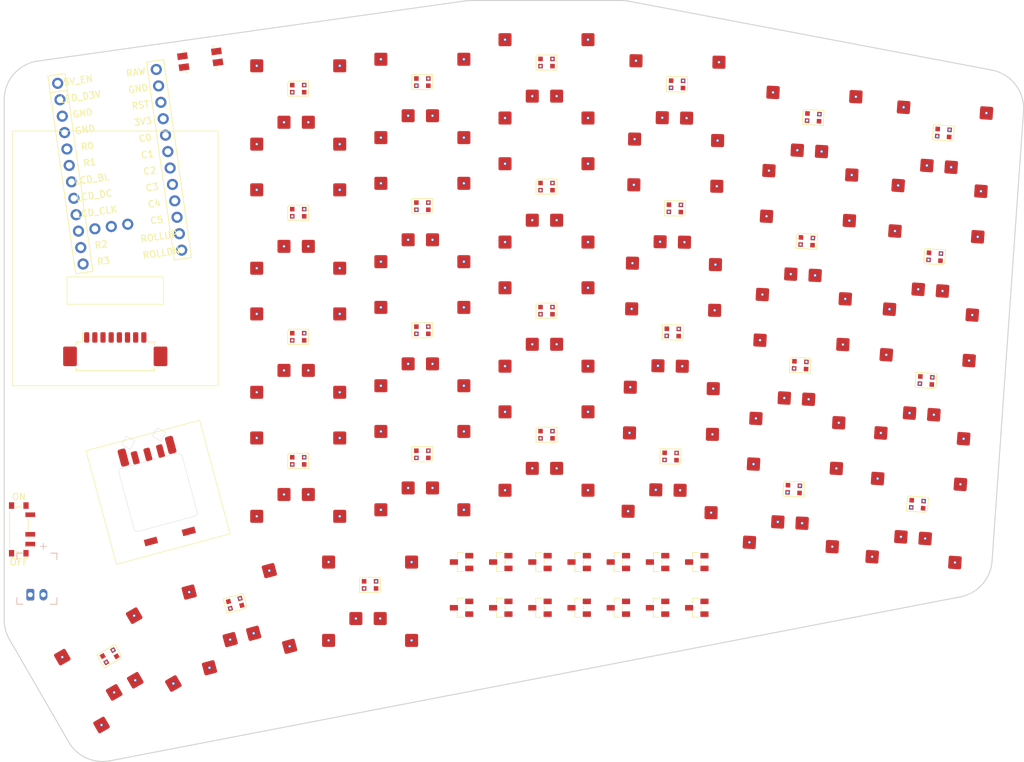
<source format=kicad_pcb>
(kicad_pcb (version 20240108) (generator "ergogen") (generator_version "4.1.0")
  (title_block (title "toomanykeys_right") (date "2025-06-08") (rev "0.1") (company "huntercook"))
  (layers (0 "F.Cu" signal) (31 "B.Cu" signal) (34 "B.Paste" user) (35 "F.Paste" user) (36 "B.SilkS" user "B.Silkscreen") (37 "F.SilkS" user "F.Silkscreen") (38 "B.Mask" user) (39 "F.Mask" user) (44 "Edge.Cuts" user))
  (net 0 "")
  (net 1 "RAW")
  (net 2 "GND")
  (net 3 "RST")
  (net 4 "3V3")
  (net 5 "C0")
  (net 6 "C1")
  (net 7 "C2")
  (net 8 "C3")
  (net 9 "C4")
  (net 10 "C5")
  (net 11 "ROLLUP")
  (net 12 "ROLLDN")
  (net 13 "5V_EN")
  (net 14 "LED_D3V")
  (net 15 "R0")
  (net 16 "R1")
  (net 17 "LCD_BL")
  (net 18 "LCD_DC")
  (net 19 "LCD_CLK")
  (net 20 "LCD_DIN")
  (net 21 "R2")
  (net 22 "R3")
  (net 23 "R4")
  (net 24 "LCD_CS")
  (net 25 "LCD_RST")
  (net 26 "MCU1_24")
  (net 27 "MCU1_1")
  (net 28 "MCU1_23")
  (net 29 "MCU1_2")
  (net 30 "MCU1_22")
  (net 31 "MCU1_3")
  (net 32 "MCU1_21")
  (net 33 "MCU1_4")
  (net 34 "MCU1_20")
  (net 35 "MCU1_5")
  (net 36 "MCU1_19")
  (net 37 "MCU1_6")
  (net 38 "MCU1_18")
  (net 39 "MCU1_7")
  (net 40 "MCU1_17")
  (net 41 "MCU1_8")
  (net 42 "MCU1_16")
  (net 43 "MCU1_9")
  (net 44 "MCU1_15")
  (net 45 "MCU1_10")
  (net 46 "MCU1_14")
  (net 47 "MCU1_11")
  (net 48 "MCU1_13")
  (net 49 "MCU1_12")
  (net 50 "mirror_outer_bottom")
  (net 51 "mirror_outer_home")
  (net 52 "mirror_outer_top")
  (net 53 "mirror_outer_num")
  (net 54 "mirror_pinky_bottom")
  (net 55 "mirror_pinky_home")
  (net 56 "mirror_pinky_top")
  (net 57 "mirror_pinky_num")
  (net 58 "mirror_ring_bottom")
  (net 59 "mirror_ring_home")
  (net 60 "mirror_ring_top")
  (net 61 "mirror_ring_num")
  (net 62 "mirror_middle_bottom")
  (net 63 "mirror_middle_home")
  (net 64 "mirror_middle_top")
  (net 65 "mirror_middle_num")
  (net 66 "mirror_index_bottom")
  (net 67 "mirror_index_home")
  (net 68 "mirror_index_top")
  (net 69 "mirror_index_num")
  (net 70 "mirror_inner_bottom")
  (net 71 "mirror_inner_home")
  (net 72 "mirror_inner_top")
  (net 73 "mirror_inner_num")
  (net 74 "mirror_near_fan")
  (net 75 "mirror_mid_fan")
  (net 76 "mirror_far_fan")
  (net 77 "LED_27")
  (net 78 "LED_26")
  (net 79 "5V")
  (net 80 "LED_25")
  (net 81 "LED_24")
  (net 82 "LED_23")
  (net 83 "LED_19")
  (net 84 "LED_18")
  (net 85 "LED_17")
  (net 86 "LED_16")
  (net 87 "LED_15")
  (net 88 "LED_11")
  (net 89 "LED_10")
  (net 90 "LED_9")
  (net 91 "LED_8")
  (net 92 "LED_7")
  (net 93 "LED_3")
  (net 94 "LED_2")
  (net 95 "LED_1")
  (net 96 "LED_D5V")
  (net 97 "LED_20")
  (net 98 "LED_21")
  (net 99 "LED_22")
  (net 100 "LED_12")
  (net 101 "LED_13")
  (net 102 "LED_14")
  (net 103 "LED_4")
  (net 104 "LED_5")
  (net 105 "LED_6")
  (net 106 "mirror_roller")
  (net 107 "BAT_P")
  (net 108 "JST1_1")
  (net 109 "JST1_2")
  (footprint "ceoloide:mcu_nice_nano" (layer "F.Cu") (at 230.30685530000005 104.5570229 8)
    (property "Reference" "MCU1" hide)
  )
  (footprint "PG1316S" (at 352.4001822 160 -4) (layer "F.Cu")
    (property "Reference" "S1" hide)
  )
  (footprint "PG1316S" (at 353.72555520000003 141.046283 -4) (layer "F.Cu")
    (property "Reference" "S2" hide)
  )
  (footprint "PG1316S" (at 355.05092820000004 122.09256599999999 -4) (layer "F.Cu")
    (property "Reference" "S3" hide)
  )
  (footprint "PG1316S" (at 356.3763012 103.138849 -4) (layer "F.Cu")
    (property "Reference" "S4" hide)
  )
  (footprint "PG1316S" (at 333.5162217 157.6770629 -3) (layer "F.Cu")
    (property "Reference" "S5" hide)
  )
  (footprint "PG1316S" (at 334.51060490000003 138.70310170000002 -3) (layer "F.Cu")
    (property "Reference" "S6" hide)
  )
  (footprint "PG1316S" (at 335.5049881 119.72914050000001 -3) (layer "F.Cu")
    (property "Reference" "S7" hide)
  )
  (footprint "PG1316S" (at 336.4993713 100.75517930000001 -3) (layer "F.Cu")
    (property "Reference" "S8" hide)
  )
  (footprint "PG1316S" (at 314.7516044 152.6881616 -1) (layer "F.Cu")
    (property "Reference" "S9" hide)
  )
  (footprint "PG1316S" (at 315.0832001 133.6910554 -1) (layer "F.Cu")
    (property "Reference" "S10" hide)
  )
  (footprint "PG1316S" (at 315.4147958 114.6939492 -1) (layer "F.Cu")
    (property "Reference" "S11" hide)
  )
  (footprint "PG1316S" (at 315.7463915 95.696843 -1) (layer "F.Cu")
    (property "Reference" "S12" hide)
  )
  (footprint "PG1316S" (at 295.8068554 149.3570229 0) (layer "F.Cu")
    (property "Reference" "S13" hide)
  )
  (footprint "PG1316S" (at 295.8068554 130.3570229 0) (layer "F.Cu")
    (property "Reference" "S14" hide)
  )
  (footprint "PG1316S" (at 295.8068554 111.3570229 0) (layer "F.Cu")
    (property "Reference" "S15" hide)
  )
  (footprint "PG1316S" (at 295.8068554 92.3570229 0) (layer "F.Cu")
    (property "Reference" "S16" hide)
  )
  (footprint "PG1316S" (at 276.80685530000005 152.3570228 0) (layer "F.Cu")
    (property "Reference" "S17" hide)
  )
  (footprint "PG1316S" (at 276.80685530000005 133.3570228 0) (layer "F.Cu")
    (property "Reference" "S18" hide)
  )
  (footprint "PG1316S" (at 276.80685530000005 114.35702280000001 0) (layer "F.Cu")
    (property "Reference" "S19" hide)
  )
  (footprint "PG1316S" (at 276.80685530000005 95.35702280000001 0) (layer "F.Cu")
    (property "Reference" "S20" hide)
  )
  (footprint "PG1316S" (at 257.80685530000005 153.3570229 0) (layer "F.Cu")
    (property "Reference" "S21" hide)
  )
  (footprint "PG1316S" (at 257.80685530000005 134.3570229 0) (layer "F.Cu")
    (property "Reference" "S22" hide)
  )
  (footprint "PG1316S" (at 257.80685530000005 115.3570229 0) (layer "F.Cu")
    (property "Reference" "S23" hide)
  )
  (footprint "PG1316S" (at 257.80685530000005 96.3570229 0) (layer "F.Cu")
    (property "Reference" "S24" hide)
  )
  (footprint "PG1316S" (at 268.80685530000005 172.3570228 0) (layer "F.Cu")
    (property "Reference" "S25" hide)
  )
  (footprint "PG1316S" (at 248.80685530000002 175.1070228 15) (layer "F.Cu")
    (property "Reference" "S26" hide)
  )
  (footprint "PG1316S" (at 230.2000911 182.9396997 30) (layer "F.Cu")
    (property "Reference" "S27" hide)
  )
  (footprint "LED_WS2812B-2020_PLCC4_2.0x2.0mm" (at 352.5745734 157.5060899 -184) (layer "F.Cu")
    (property "Reference" "LED1" hide)
  )
  (footprint "LED_WS2812B-2020_PLCC4_2.0x2.0mm" (at 353.89994640000003 138.5523729 -184) (layer "F.Cu")
    (property "Reference" "LED2" hide)
  )
  (footprint "LED_WS2812B-2020_PLCC4_2.0x2.0mm" (at 355.22531940000005 119.5986559 -184) (layer "F.Cu")
    (property "Reference" "LED3" hide)
  )
  (footprint "LED_WS2812B-2020_PLCC4_2.0x2.0mm" (at 356.5506924 100.6449389 -184) (layer "F.Cu")
    (property "Reference" "LED4" hide)
  )
  (footprint "LED_WS2812B-2020_PLCC4_2.0x2.0mm" (at 314.7952354 150.1885424 -181) (layer "F.Cu")
    (property "Reference" "LED5" hide)
  )
  (footprint "LED_WS2812B-2020_PLCC4_2.0x2.0mm" (at 315.1268311 131.1914362 -181) (layer "F.Cu")
    (property "Reference" "LED6" hide)
  )
  (footprint "LED_WS2812B-2020_PLCC4_2.0x2.0mm" (at 315.4584268 112.19433000000001 -181) (layer "F.Cu")
    (property "Reference" "LED7" hide)
  )
  (footprint "LED_WS2812B-2020_PLCC4_2.0x2.0mm" (at 315.7900225 93.1972238 -181) (layer "F.Cu")
    (property "Reference" "LED8" hide)
  )
  (footprint "LED_WS2812B-2020_PLCC4_2.0x2.0mm" (at 276.80685530000005 149.8570228 -180) (layer "F.Cu")
    (property "Reference" "LED9" hide)
  )
  (footprint "LED_WS2812B-2020_PLCC4_2.0x2.0mm" (at 276.80685530000005 130.8570228 -180) (layer "F.Cu")
    (property "Reference" "LED10" hide)
  )
  (footprint "LED_WS2812B-2020_PLCC4_2.0x2.0mm" (at 276.80685530000005 111.85702280000001 -180) (layer "F.Cu")
    (property "Reference" "LED11" hide)
  )
  (footprint "LED_WS2812B-2020_PLCC4_2.0x2.0mm" (at 276.80685530000005 92.85702280000001 -180) (layer "F.Cu")
    (property "Reference" "LED12" hide)
  )
  (footprint "LED_WS2812B-2020_PLCC4_2.0x2.0mm" (at 268.80685530000005 169.8570228 -180) (layer "F.Cu")
    (property "Reference" "LED13" hide)
  )
  (footprint "LED_WS2812B-2020_PLCC4_2.0x2.0mm" (at 248.15980770000002 172.6922082 -165) (layer "F.Cu")
    (property "Reference" "LED14" hide)
  )
  (footprint "LED_WS2812B-2020_PLCC4_2.0x2.0mm" (at 228.9500911 180.7746362 -150) (layer "F.Cu")
    (property "Reference" "LED15" hide)
  )
  (footprint "LED_WS2812B-2020_PLCC4_2.0x2.0mm" (at 333.64706160000003 155.18048910000002 -3) (layer "F.Cu")
    (property "Reference" "LED16" hide)
  )
  (footprint "LED_WS2812B-2020_PLCC4_2.0x2.0mm" (at 334.64144480000004 136.20652790000003 -3) (layer "F.Cu")
    (property "Reference" "LED17" hide)
  )
  (footprint "LED_WS2812B-2020_PLCC4_2.0x2.0mm" (at 335.635828 117.2325667 -3) (layer "F.Cu")
    (property "Reference" "LED18" hide)
  )
  (footprint "LED_WS2812B-2020_PLCC4_2.0x2.0mm" (at 336.6302112 98.25860550000002 -3) (layer "F.Cu")
    (property "Reference" "LED19" hide)
  )
  (footprint "LED_WS2812B-2020_PLCC4_2.0x2.0mm" (at 295.8068554 146.8570229 0) (layer "F.Cu")
    (property "Reference" "LED20" hide)
  )
  (footprint "LED_WS2812B-2020_PLCC4_2.0x2.0mm" (at 295.8068554 127.8570229 0) (layer "F.Cu")
    (property "Reference" "LED21" hide)
  )
  (footprint "LED_WS2812B-2020_PLCC4_2.0x2.0mm" (at 295.8068554 108.8570229 0) (layer "F.Cu")
    (property "Reference" "LED22" hide)
  )
  (footprint "LED_WS2812B-2020_PLCC4_2.0x2.0mm" (at 295.8068554 89.8570229 0) (layer "F.Cu")
    (property "Reference" "LED23" hide)
  )
  (footprint "LED_WS2812B-2020_PLCC4_2.0x2.0mm" (at 257.80685530000005 150.8570229 0) (layer "F.Cu")
    (property "Reference" "LED24" hide)
  )
  (footprint "LED_WS2812B-2020_PLCC4_2.0x2.0mm" (at 257.80685530000005 131.8570229 0) (layer "F.Cu")
    (property "Reference" "LED25" hide)
  )
  (footprint "LED_WS2812B-2020_PLCC4_2.0x2.0mm" (at 257.80685530000005 112.8570229 0) (layer "F.Cu")
    (property "Reference" "LED26" hide)
  )
  (footprint "LED_WS2812B-2020_PLCC4_2.0x2.0mm" (at 257.80685530000005 93.8570229 0) (layer "F.Cu")
    (property "Reference" "LED27" hide)
  )
  (footprint "CKW12" (at 236.3513555 155.6683879 -255) (layer "F.Cu")
    (property "Reference" "RE1" hide)
    (fp_line (start -5 4.5) (end -5 -4.5) (stroke (width 0.05)) (layer "Edge.Cuts"))
    (fp_line (start -4.5 -5) (end 4.5 -5) (stroke (width 0.05)) (layer "Edge.Cuts"))
    (fp_line (start -4.5 5) (end 4.5 5) (stroke (width 0.05)) (layer "Edge.Cuts"))
    (fp_line (start 4.5 5) (end 5 4.5) (stroke (width 0.05)) (layer "Edge.Cuts"))
    (fp_line (start 5 -4.5) (end 5 4.5) (stroke (width 0.05)) (layer "Edge.Cuts"))
    (fp_line (start 7.545076 -2.333604) (end 8.393604 -1.485076) (stroke (width 0.05)) (layer "Edge.Cuts"))
    (fp_line (start 7.54934 2.541472) (end 8.397868 3.39) (stroke (width 0.05)) (layer "Edge.Cuts"))
    (fp_line (start 8.393604 -3.394264) (end 7.545076 -2.545736) (stroke (width 0.05)) (layer "Edge.Cuts"))
    (fp_line (start 8.397868 1.480812) (end 7.54934 2.32934) (stroke (width 0.05)) (layer "Edge.Cuts"))
    (fp_line (start 8.605736 -3.394264) (end 9.454264 -2.545736) (stroke (width 0.05)) (layer "Edge.Cuts"))
    (fp_line (start 8.605736 -1.485076) (end 9.454264 -2.333604) (stroke (width 0.05)) (layer "Edge.Cuts"))
    (fp_line (start 8.61 1.480812) (end 9.458528 2.32934) (stroke (width 0.05)) (layer "Edge.Cuts"))
    (fp_line (start 8.61 3.39) (end 9.458528 2.541472) (stroke (width 0.05)) (layer "Edge.Cuts"))
    (fp_arc (start -5 -4.5) (mid -4.853553 -4.853553) (end -4.5 -5) (stroke (width 0.05)) (layer "Edge.Cuts"))
    (fp_arc (start -4.5 5) (mid -4.853553 4.853553) (end -5 4.5) (stroke (width 0.05)) (layer "Edge.Cuts"))
    (fp_arc (start 4.5 -5) (mid 4.853553 -4.853553) (end 5 -4.5) (stroke (width 0.05)) (layer "Edge.Cuts"))
    (fp_arc (start 7.545076 -2.333604) (mid 7.501142 -2.43967) (end 7.545076 -2.545736) (stroke (width 0.05)) (layer "Edge.Cuts"))
    (fp_arc (start 7.54934 2.541472) (mid 7.505406 2.435406) (end 7.54934 2.32934) (stroke (width 0.05)) (layer "Edge.Cuts"))
    (fp_arc (start 8.393604 -3.394264) (mid 8.49967 -3.438198) (end 8.605736 -3.394264) (stroke (width 0.05)) (layer "Edge.Cuts"))
    (fp_arc (start 8.397868 1.480812) (mid 8.503934 1.436878) (end 8.61 1.480812) (stroke (width 0.05)) (layer "Edge.Cuts"))
    (fp_arc (start 8.605736 -1.485076) (mid 8.49967 -1.441142) (end 8.393604 -1.485076) (stroke (width 0.05)) (layer "Edge.Cuts"))
    (fp_arc (start 8.61 3.39) (mid 8.503934 3.433934) (end 8.397868 3.39) (stroke (width 0.05)) (layer "Edge.Cuts"))
    (fp_arc (start 9.454264 -2.545736) (mid 9.498198 -2.43967) (end 9.454264 -2.333604) (stroke (width 0.05)) (layer "Edge.Cuts"))
    (fp_arc (start 9.458528 2.32934) (mid 9.502462 2.435406) (end 9.458528 2.541472) (stroke (width 0.05)) (layer "Edge.Cuts"))
  )
  (footprint "BAV70 SOT23" (layer "F.Cu") (at 300.8068554 166.3570229 90)
    (property "Reference" "D1" hide)
    (fp_text value "BAV70")
  )
  (footprint "BAV70 SOT23" (layer "F.Cu") (at 318.8068554 166.3570229 90)
    (property "Reference" "D2" hide)
    (fp_text value "BAV70")
  )
  (footprint "BAV70 SOT23" (layer "F.Cu") (at 300.8068554 173.3570229 90)
    (property "Reference" "D3" hide)
    (fp_text value "BAV70")
  )
  (footprint "BAV70 SOT23" (layer "F.Cu") (at 318.8068554 173.3570229 90)
    (property "Reference" "D4" hide)
    (fp_text value "BAV70")
  )
  (footprint "BAV70 SOT23" (layer "F.Cu") (at 294.8068554 166.3570229 90)
    (property "Reference" "D5" hide)
    (fp_text value "BAV70")
  )
  (footprint "BAV70 SOT23" (layer "F.Cu") (at 312.8068554 166.3570229 90)
    (property "Reference" "D6" hide)
    (fp_text value "BAV70")
  )
  (footprint "BAV70 SOT23" (layer "F.Cu") (at 294.8068554 173.3570229 90)
    (property "Reference" "D7" hide)
    (fp_text value "BAV70")
  )
  (footprint "BAV70 SOT23" (layer "F.Cu") (at 312.8068554 173.3570229 90)
    (property "Reference" "D8" hide)
    (fp_text value "BAV70")
  )
  (footprint "BAV70 SOT23" (layer "F.Cu") (at 288.8068554 166.3570229 90)
    (property "Reference" "D9" hide)
    (fp_text value "BAV70")
  )
  (footprint "BAV70 SOT23" (layer "F.Cu") (at 306.8068554 166.3570229 90)
    (property "Reference" "D10" hide)
    (fp_text value "BAV70")
  )
  (footprint "BAV70 SOT23" (layer "F.Cu") (at 288.8068554 173.3570229 90)
    (property "Reference" "D11" hide)
    (fp_text value "BAV70")
  )
  (footprint "BAV70 SOT23" (layer "F.Cu") (at 306.8068554 173.3570229 90)
    (property "Reference" "D12" hide)
    (fp_text value "BAV70")
  )
  (footprint "BAV70 SOT23" (layer "F.Cu") (at 282.8068554 166.3570229 90)
    (property "Reference" "D13" hide)
    (fp_text value "BAV70")
  )
  (footprint "BAV70 SOT23" (layer "F.Cu") (at 282.8068554 173.3570229 90)
    (property "Reference" "D14" hide)
    (fp_text value "BAV70")
  )
  (footprint "ceoloide:power_switch_smd_side" (layer "F.Cu") (at 215.06185530000005 161.3570229 -180)
    (property "Reference" "PWR1" hide)
  )
  (footprint "ceoloide:reset_switch_smd_side" (layer "F.Cu") (at 242.80685530000005 89.3570229 8)
    (property "Reference" "RST1" hide)
  )
  (footprint "ceoloide:battery_connector_jst_ph_2" (layer "B.Cu") (at 217.80685530000005 171.3570229 -180)
    (property "Reference" "JST1" hide)
  )
  (footprint "Molex_PicoBlade_53261-0871_1x08-1MP_P1.25mm_Horizontal" (at 229.80685530000005 134.3570229 0) (layer "F.Cu")
    (property "Reference" "CONN1" hide)
  )
  (footprint "LCD_1.69_Waveshare" (at 229.80685530000005 119.8570229 -180) (layer "F.Cu")
    (property "Reference" "LCD1" hide)
  )
  (footprint "ceoloide:mounting_hole_npth" (layer "F.Cu") (at 347.2377384 90.47051569999999 -4)
    (property "Reference" "MH1" hide)
  )
  (footprint "ceoloide:mounting_hole_npth" (layer "F.Cu") (at 344.7670727 172.2859079 -3)
    (property "Reference" "MH2" hide)
  )
  (footprint "ceoloide:mounting_hole_npth" (layer "F.Cu") (at 308.8068554 83.3570229 0)
    (property "Reference" "MH3" hide)
  )
  (footprint "ceoloide:mounting_hole_npth" (layer "F.Cu") (at 282.8068554 83.3570229 0)
    (property "Reference" "MH4" hide)
  )
  (footprint "ceoloide:mounting_hole_npth" (layer "F.Cu") (at 283.80685530000005 182.3570228 0)
    (property "Reference" "MH5" hide)
  )
  (footprint "ceoloide:mounting_hole_npth" (layer "F.Cu") (at 236.2000911 193.3320045 30)
    (property "Reference" "MH6" hide)
  )
  (footprint "ceoloide:mounting_hole_npth" (layer "F.Cu") (at 215.5398371 177.5473949 30)
    (property "Reference" "MH7" hide)
  )
  (gr_line (start 213.61028372503628 178.19905087220747) (end 222.67133481769255 193.89831689955707) (layer Edge.Cuts) (stroke (width 0.15)))
  (gr_line (start 229.00435794403745 196.7904331773986) (end 359.1460840128654 171.68603677106717) (layer Edge.Cuts) (stroke (width 0.15)))
  (gr_line (start 363.99501674902683 166.21318560125928) (end 368.81219689048135 97.32429966433483) (layer Edge.Cuts) (stroke (width 0.15)))
  (gr_line (start 363.94552040293894 91.01097548618358) (end 308.3612616978289 80.4622377) (layer Edge.Cuts) (stroke (width 0.15)))
  (gr_line (start 307.242553897829 80.3570229) (end 284.22731539941367 80.3570229) (layer Edge.Cuts) (stroke (width 0.15)))
  (gr_line (start 283.3905043974684 80.41566388618946) (end 217.97004429805494 89.62981318298834) (layer Edge.Cuts) (stroke (width 0.15)))
  (gr_line (start 212.80685530000005 95.57117219679888) (end 212.80685530000005 175.19977700209034) (layer Edge.Cuts) (stroke (width 0.15)))
  (gr_arc (start 222.6713347926563 193.89831692943994) (mid 225.3754722926563 196.35686062943995) (end 229.00435799265628 196.79043322943994) (layer Edge.Cuts) (stroke (width 0.15)))
  (gr_arc (start 359.1460840614844 171.68603672310846) (mid 362.50053006148437 169.77357082310846) (end 363.9950167614844 166.21318552310845) (layer Edge.Cuts) (stroke (width 0.15)))
  (gr_arc (start 368.81219690293887 97.32429968618429) (mid 367.57881710293884 93.2426399861843) (end 363.9455204029388 91.0109754861843) (layer Edge.Cuts) (stroke (width 0.15)))
  (gr_arc (start 308.361261697829 80.4622377) (mid 307.804376197829 80.3833845) (end 307.242553897829 80.3570229) (layer Edge.Cuts) (stroke (width 0.15)))
  (gr_arc (start 284.22731539941367 80.3570229) (mid 283.8078837994137 80.37170110000001) (end 283.39050439941366 80.4156639) (layer Edge.Cuts) (stroke (width 0.15)))
  (gr_arc (start 217.97004430000004 89.62981319679888) (mid 214.27801080000006 91.63549349679889) (end 212.80685530000005 95.57117219679888) (layer Edge.Cuts) (stroke (width 0.15)))
  (gr_arc (start 212.80685530000005 175.19977700209034) (mid 213.01119190000006 176.75228630209034) (end 213.61028370000005 178.19905090209033) (layer Edge.Cuts) (stroke (width 0.15)))
)
</source>
